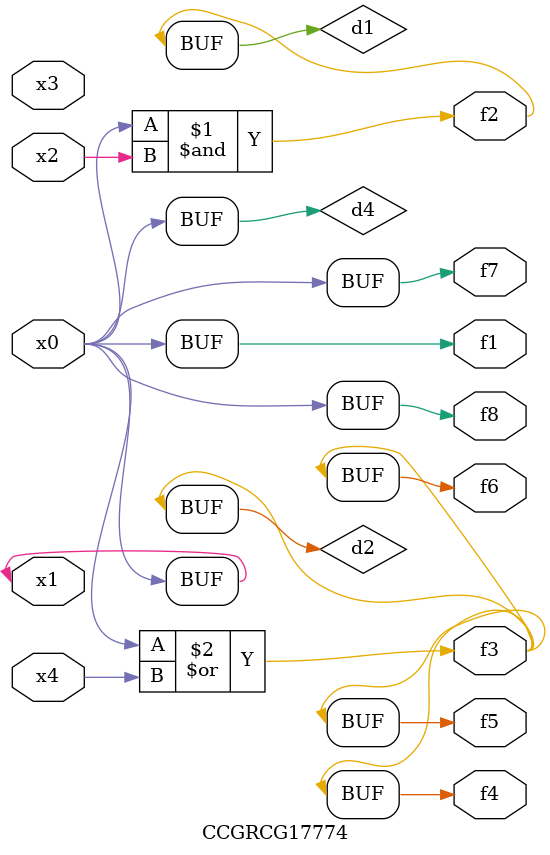
<source format=v>
module CCGRCG17774(
	input x0, x1, x2, x3, x4,
	output f1, f2, f3, f4, f5, f6, f7, f8
);

	wire d1, d2, d3, d4;

	and (d1, x0, x2);
	or (d2, x0, x4);
	nand (d3, x0, x2);
	buf (d4, x0, x1);
	assign f1 = d4;
	assign f2 = d1;
	assign f3 = d2;
	assign f4 = d2;
	assign f5 = d2;
	assign f6 = d2;
	assign f7 = d4;
	assign f8 = d4;
endmodule

</source>
